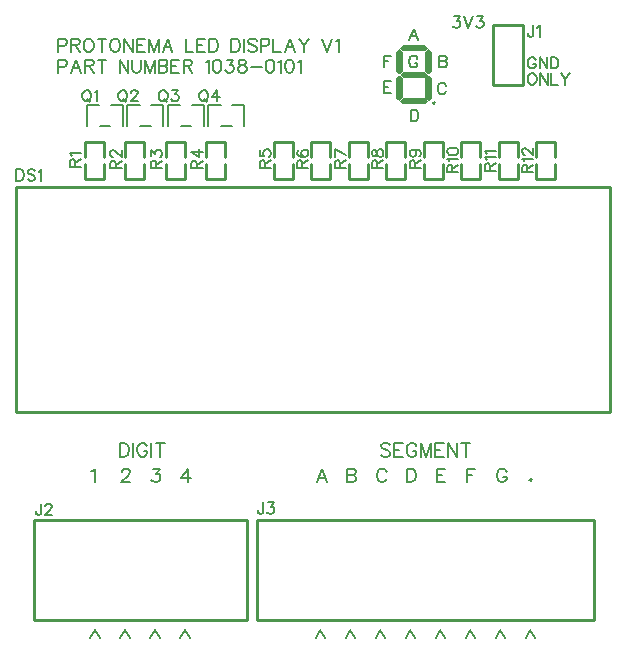
<source format=gto>
G04 Layer: TopSilkscreenLayer*
G04 EasyEDA v6.5.22, 2022-11-24 12:25:33*
G04 d5585ffcc7884e9682782ddcc4f09953,5a6b42c53f6a479593ecc07194224c93,10*
G04 Gerber Generator version 0.2*
G04 Scale: 100 percent, Rotated: No, Reflected: No *
G04 Dimensions in millimeters *
G04 leading zeros omitted , absolute positions ,4 integer and 5 decimal *
%FSLAX45Y45*%
%MOMM*%

%ADD10C,0.1524*%
%ADD11C,0.2540*%

%LPD*%
G36*
X3682390Y5545886D02*
G01*
X3663391Y5529529D01*
X3656126Y5522671D01*
X3655060Y5521350D01*
X3656126Y5519928D01*
X3663391Y5512866D01*
X3682288Y5495899D01*
X3863136Y5495899D01*
X3890518Y5521045D01*
X3862628Y5545886D01*
G37*
G36*
X3649014Y5515610D02*
G01*
X3647338Y5514594D01*
X3644036Y5511901D01*
X3634638Y5503113D01*
X3622040Y5490616D01*
X3621887Y5327446D01*
X3639667Y5309768D01*
X3644137Y5305704D01*
X3647490Y5302961D01*
X3649218Y5301945D01*
X3651046Y5302961D01*
X3659276Y5309717D01*
X3678275Y5327345D01*
X3678275Y5490667D01*
X3659073Y5507990D01*
X3654348Y5511952D01*
X3650843Y5514594D01*
G37*
G36*
X3894378Y5515610D02*
G01*
X3892702Y5514644D01*
X3889400Y5512104D01*
X3879900Y5503672D01*
X3867200Y5491683D01*
X3867200Y5326227D01*
X3885692Y5309362D01*
X3893464Y5302910D01*
X3894988Y5301945D01*
X3896512Y5302910D01*
X3904030Y5309158D01*
X3921912Y5325516D01*
X3921912Y5492191D01*
X3903878Y5508447D01*
X3896106Y5514695D01*
G37*
G36*
X3680663Y5321655D02*
G01*
X3662883Y5305196D01*
X3656076Y5298084D01*
X3655060Y5296611D01*
X3656126Y5295036D01*
X3659073Y5291836D01*
X3668776Y5282590D01*
X3682492Y5270144D01*
X3863035Y5270144D01*
X3890314Y5296662D01*
X3863136Y5321655D01*
G37*
G36*
X3895242Y5291378D02*
G01*
X3890619Y5287619D01*
X3867200Y5265978D01*
X3867200Y5101590D01*
X3885031Y5085029D01*
X3889451Y5081219D01*
X3892753Y5078679D01*
X3894480Y5077714D01*
X3896207Y5078628D01*
X3903979Y5084927D01*
X3921912Y5101285D01*
X3921912Y5267960D01*
X3903929Y5284216D01*
X3896614Y5290413D01*
G37*
G36*
X3649014Y5291175D02*
G01*
X3647440Y5290108D01*
X3639870Y5283403D01*
X3621887Y5266182D01*
X3621887Y5101945D01*
X3639616Y5085130D01*
X3644036Y5081270D01*
X3647389Y5078679D01*
X3649116Y5077714D01*
X3650894Y5078730D01*
X3654450Y5081422D01*
X3664610Y5090261D01*
X3678275Y5102758D01*
X3678275Y5265216D01*
X3658819Y5283352D01*
X3650640Y5290210D01*
G37*
G36*
X3682796Y5097424D02*
G01*
X3654247Y5071770D01*
X3682339Y5045913D01*
X3862019Y5045913D01*
X3890670Y5072329D01*
X3861866Y5097424D01*
G37*
D10*
X2496565Y1675637D02*
G01*
X2496565Y1602994D01*
X2491993Y1589278D01*
X2487422Y1584705D01*
X2478277Y1580134D01*
X2469388Y1580134D01*
X2460243Y1584705D01*
X2455672Y1589278D01*
X2451100Y1602994D01*
X2451100Y1612137D01*
X2535681Y1675637D02*
G01*
X2585720Y1675637D01*
X2558288Y1639315D01*
X2572004Y1639315D01*
X2581147Y1634744D01*
X2585720Y1630171D01*
X2590291Y1616710D01*
X2590291Y1607565D01*
X2585720Y1593850D01*
X2576575Y1584705D01*
X2562859Y1580134D01*
X2549397Y1580134D01*
X2535681Y1584705D01*
X2531109Y1589278D01*
X2526538Y1598421D01*
X762000Y5423915D02*
G01*
X762000Y5314950D01*
X762000Y5423915D02*
G01*
X808736Y5423915D01*
X824229Y5418836D01*
X829563Y5413502D01*
X834644Y5403087D01*
X834644Y5387594D01*
X829563Y5377179D01*
X824229Y5372100D01*
X808736Y5366765D01*
X762000Y5366765D01*
X910589Y5423915D02*
G01*
X868934Y5314950D01*
X910589Y5423915D02*
G01*
X952245Y5314950D01*
X884681Y5351271D02*
G01*
X936497Y5351271D01*
X986536Y5423915D02*
G01*
X986536Y5314950D01*
X986536Y5423915D02*
G01*
X1033271Y5423915D01*
X1048765Y5418836D01*
X1054100Y5413502D01*
X1059179Y5403087D01*
X1059179Y5392673D01*
X1054100Y5382260D01*
X1048765Y5377179D01*
X1033271Y5372100D01*
X986536Y5372100D01*
X1022857Y5372100D02*
G01*
X1059179Y5314950D01*
X1129792Y5423915D02*
G01*
X1129792Y5314950D01*
X1093470Y5423915D02*
G01*
X1166113Y5423915D01*
X1280413Y5423915D02*
G01*
X1280413Y5314950D01*
X1280413Y5423915D02*
G01*
X1353312Y5314950D01*
X1353312Y5423915D02*
G01*
X1353312Y5314950D01*
X1387602Y5423915D02*
G01*
X1387602Y5345937D01*
X1392681Y5330444D01*
X1403095Y5320029D01*
X1418589Y5314950D01*
X1429004Y5314950D01*
X1444752Y5320029D01*
X1455165Y5330444D01*
X1460245Y5345937D01*
X1460245Y5423915D01*
X1494536Y5423915D02*
G01*
X1494536Y5314950D01*
X1494536Y5423915D02*
G01*
X1536192Y5314950D01*
X1577594Y5423915D02*
G01*
X1536192Y5314950D01*
X1577594Y5423915D02*
G01*
X1577594Y5314950D01*
X1611884Y5423915D02*
G01*
X1611884Y5314950D01*
X1611884Y5423915D02*
G01*
X1658620Y5423915D01*
X1674368Y5418836D01*
X1679447Y5413502D01*
X1684781Y5403087D01*
X1684781Y5392673D01*
X1679447Y5382260D01*
X1674368Y5377179D01*
X1658620Y5372100D01*
X1611884Y5372100D02*
G01*
X1658620Y5372100D01*
X1674368Y5366765D01*
X1679447Y5361686D01*
X1684781Y5351271D01*
X1684781Y5335523D01*
X1679447Y5325110D01*
X1674368Y5320029D01*
X1658620Y5314950D01*
X1611884Y5314950D01*
X1719071Y5423915D02*
G01*
X1719071Y5314950D01*
X1719071Y5423915D02*
G01*
X1786636Y5423915D01*
X1719071Y5372100D02*
G01*
X1760473Y5372100D01*
X1719071Y5314950D02*
G01*
X1786636Y5314950D01*
X1820926Y5423915D02*
G01*
X1820926Y5314950D01*
X1820926Y5423915D02*
G01*
X1867662Y5423915D01*
X1883155Y5418836D01*
X1888489Y5413502D01*
X1893570Y5403087D01*
X1893570Y5392673D01*
X1888489Y5382260D01*
X1883155Y5377179D01*
X1867662Y5372100D01*
X1820926Y5372100D01*
X1857247Y5372100D02*
G01*
X1893570Y5314950D01*
X2007870Y5403087D02*
G01*
X2018284Y5408421D01*
X2033777Y5423915D01*
X2033777Y5314950D01*
X2099309Y5423915D02*
G01*
X2083815Y5418836D01*
X2073402Y5403087D01*
X2068068Y5377179D01*
X2068068Y5361686D01*
X2073402Y5335523D01*
X2083815Y5320029D01*
X2099309Y5314950D01*
X2109724Y5314950D01*
X2125218Y5320029D01*
X2135631Y5335523D01*
X2140965Y5361686D01*
X2140965Y5377179D01*
X2135631Y5403087D01*
X2125218Y5418836D01*
X2109724Y5423915D01*
X2099309Y5423915D01*
X2185670Y5423915D02*
G01*
X2242820Y5423915D01*
X2211577Y5382260D01*
X2227072Y5382260D01*
X2237486Y5377179D01*
X2242820Y5372100D01*
X2247900Y5356352D01*
X2247900Y5345937D01*
X2242820Y5330444D01*
X2232406Y5320029D01*
X2216658Y5314950D01*
X2201163Y5314950D01*
X2185670Y5320029D01*
X2180336Y5325110D01*
X2175256Y5335523D01*
X2308097Y5423915D02*
G01*
X2292604Y5418836D01*
X2287270Y5408421D01*
X2287270Y5398007D01*
X2292604Y5387594D01*
X2303018Y5382260D01*
X2323845Y5377179D01*
X2339340Y5372100D01*
X2349754Y5361686D01*
X2354834Y5351271D01*
X2354834Y5335523D01*
X2349754Y5325110D01*
X2344420Y5320029D01*
X2328925Y5314950D01*
X2308097Y5314950D01*
X2292604Y5320029D01*
X2287270Y5325110D01*
X2282190Y5335523D01*
X2282190Y5351271D01*
X2287270Y5361686D01*
X2297684Y5372100D01*
X2313431Y5377179D01*
X2334259Y5382260D01*
X2344420Y5387594D01*
X2349754Y5398007D01*
X2349754Y5408421D01*
X2344420Y5418836D01*
X2328925Y5423915D01*
X2308097Y5423915D01*
X2389124Y5361686D02*
G01*
X2482850Y5361686D01*
X2548127Y5423915D02*
G01*
X2532634Y5418836D01*
X2522220Y5403087D01*
X2517140Y5377179D01*
X2517140Y5361686D01*
X2522220Y5335523D01*
X2532634Y5320029D01*
X2548127Y5314950D01*
X2558541Y5314950D01*
X2574290Y5320029D01*
X2584450Y5335523D01*
X2589784Y5361686D01*
X2589784Y5377179D01*
X2584450Y5403087D01*
X2574290Y5418836D01*
X2558541Y5423915D01*
X2548127Y5423915D01*
X2624074Y5403087D02*
G01*
X2634488Y5408421D01*
X2649981Y5423915D01*
X2649981Y5314950D01*
X2715513Y5423915D02*
G01*
X2700020Y5418836D01*
X2689606Y5403087D01*
X2684272Y5377179D01*
X2684272Y5361686D01*
X2689606Y5335523D01*
X2700020Y5320029D01*
X2715513Y5314950D01*
X2725927Y5314950D01*
X2741422Y5320029D01*
X2751836Y5335523D01*
X2757170Y5361686D01*
X2757170Y5377179D01*
X2751836Y5403087D01*
X2741422Y5418836D01*
X2725927Y5423915D01*
X2715513Y5423915D01*
X2791459Y5403087D02*
G01*
X2801620Y5408421D01*
X2817368Y5423915D01*
X2817368Y5314950D01*
X762000Y5601715D02*
G01*
X762000Y5492750D01*
X762000Y5601715D02*
G01*
X808736Y5601715D01*
X824229Y5596636D01*
X829563Y5591302D01*
X834644Y5580887D01*
X834644Y5565394D01*
X829563Y5554979D01*
X824229Y5549900D01*
X808736Y5544565D01*
X762000Y5544565D01*
X868934Y5601715D02*
G01*
X868934Y5492750D01*
X868934Y5601715D02*
G01*
X915670Y5601715D01*
X931418Y5596636D01*
X936497Y5591302D01*
X941831Y5580887D01*
X941831Y5570473D01*
X936497Y5560060D01*
X931418Y5554979D01*
X915670Y5549900D01*
X868934Y5549900D01*
X905510Y5549900D02*
G01*
X941831Y5492750D01*
X1007110Y5601715D02*
G01*
X996950Y5596636D01*
X986536Y5586221D01*
X981202Y5575807D01*
X976121Y5560060D01*
X976121Y5534152D01*
X981202Y5518657D01*
X986536Y5508244D01*
X996950Y5497829D01*
X1007110Y5492750D01*
X1027937Y5492750D01*
X1038352Y5497829D01*
X1048765Y5508244D01*
X1054100Y5518657D01*
X1059179Y5534152D01*
X1059179Y5560060D01*
X1054100Y5575807D01*
X1048765Y5586221D01*
X1038352Y5596636D01*
X1027937Y5601715D01*
X1007110Y5601715D01*
X1129792Y5601715D02*
G01*
X1129792Y5492750D01*
X1093470Y5601715D02*
G01*
X1166113Y5601715D01*
X1231645Y5601715D02*
G01*
X1221231Y5596636D01*
X1210818Y5586221D01*
X1205737Y5575807D01*
X1200404Y5560060D01*
X1200404Y5534152D01*
X1205737Y5518657D01*
X1210818Y5508244D01*
X1221231Y5497829D01*
X1231645Y5492750D01*
X1252473Y5492750D01*
X1262887Y5497829D01*
X1273302Y5508244D01*
X1278381Y5518657D01*
X1283715Y5534152D01*
X1283715Y5560060D01*
X1278381Y5575807D01*
X1273302Y5586221D01*
X1262887Y5596636D01*
X1252473Y5601715D01*
X1231645Y5601715D01*
X1318005Y5601715D02*
G01*
X1318005Y5492750D01*
X1318005Y5601715D02*
G01*
X1390650Y5492750D01*
X1390650Y5601715D02*
G01*
X1390650Y5492750D01*
X1424939Y5601715D02*
G01*
X1424939Y5492750D01*
X1424939Y5601715D02*
G01*
X1492504Y5601715D01*
X1424939Y5549900D02*
G01*
X1466595Y5549900D01*
X1424939Y5492750D02*
G01*
X1492504Y5492750D01*
X1526794Y5601715D02*
G01*
X1526794Y5492750D01*
X1526794Y5601715D02*
G01*
X1568450Y5492750D01*
X1609852Y5601715D02*
G01*
X1568450Y5492750D01*
X1609852Y5601715D02*
G01*
X1609852Y5492750D01*
X1685797Y5601715D02*
G01*
X1644142Y5492750D01*
X1685797Y5601715D02*
G01*
X1727200Y5492750D01*
X1659889Y5529071D02*
G01*
X1711705Y5529071D01*
X1841500Y5601715D02*
G01*
X1841500Y5492750D01*
X1841500Y5492750D02*
G01*
X1903984Y5492750D01*
X1938274Y5601715D02*
G01*
X1938274Y5492750D01*
X1938274Y5601715D02*
G01*
X2005838Y5601715D01*
X1938274Y5549900D02*
G01*
X1979929Y5549900D01*
X1938274Y5492750D02*
G01*
X2005838Y5492750D01*
X2040127Y5601715D02*
G01*
X2040127Y5492750D01*
X2040127Y5601715D02*
G01*
X2076450Y5601715D01*
X2091943Y5596636D01*
X2102358Y5586221D01*
X2107691Y5575807D01*
X2112772Y5560060D01*
X2112772Y5534152D01*
X2107691Y5518657D01*
X2102358Y5508244D01*
X2091943Y5497829D01*
X2076450Y5492750D01*
X2040127Y5492750D01*
X2227072Y5601715D02*
G01*
X2227072Y5492750D01*
X2227072Y5601715D02*
G01*
X2263393Y5601715D01*
X2279141Y5596636D01*
X2289556Y5586221D01*
X2294636Y5575807D01*
X2299970Y5560060D01*
X2299970Y5534152D01*
X2294636Y5518657D01*
X2289556Y5508244D01*
X2279141Y5497829D01*
X2263393Y5492750D01*
X2227072Y5492750D01*
X2334259Y5601715D02*
G01*
X2334259Y5492750D01*
X2441193Y5586221D02*
G01*
X2430779Y5596636D01*
X2415286Y5601715D01*
X2394458Y5601715D01*
X2378709Y5596636D01*
X2368550Y5586221D01*
X2368550Y5575807D01*
X2373629Y5565394D01*
X2378709Y5560060D01*
X2389124Y5554979D01*
X2420365Y5544565D01*
X2430779Y5539486D01*
X2435859Y5534152D01*
X2441193Y5523737D01*
X2441193Y5508244D01*
X2430779Y5497829D01*
X2415286Y5492750D01*
X2394458Y5492750D01*
X2378709Y5497829D01*
X2368550Y5508244D01*
X2475484Y5601715D02*
G01*
X2475484Y5492750D01*
X2475484Y5601715D02*
G01*
X2522220Y5601715D01*
X2537713Y5596636D01*
X2543047Y5591302D01*
X2548127Y5580887D01*
X2548127Y5565394D01*
X2543047Y5554979D01*
X2537713Y5549900D01*
X2522220Y5544565D01*
X2475484Y5544565D01*
X2582418Y5601715D02*
G01*
X2582418Y5492750D01*
X2582418Y5492750D02*
G01*
X2644902Y5492750D01*
X2720593Y5601715D02*
G01*
X2679191Y5492750D01*
X2720593Y5601715D02*
G01*
X2762250Y5492750D01*
X2694686Y5529071D02*
G01*
X2746756Y5529071D01*
X2796540Y5601715D02*
G01*
X2838195Y5549900D01*
X2838195Y5492750D01*
X2879597Y5601715D02*
G01*
X2838195Y5549900D01*
X2993897Y5601715D02*
G01*
X3035554Y5492750D01*
X3077209Y5601715D02*
G01*
X3035554Y5492750D01*
X3111500Y5580887D02*
G01*
X3121659Y5586221D01*
X3137408Y5601715D01*
X3137408Y5492750D01*
X4764277Y5307837D02*
G01*
X4755388Y5303265D01*
X4746243Y5294376D01*
X4741672Y5285231D01*
X4737100Y5271515D01*
X4737100Y5248910D01*
X4741672Y5235194D01*
X4746243Y5226050D01*
X4755388Y5216905D01*
X4764277Y5212334D01*
X4782565Y5212334D01*
X4791709Y5216905D01*
X4800854Y5226050D01*
X4805172Y5235194D01*
X4809743Y5248910D01*
X4809743Y5271515D01*
X4805172Y5285231D01*
X4800854Y5294376D01*
X4791709Y5303265D01*
X4782565Y5307837D01*
X4764277Y5307837D01*
X4839715Y5307837D02*
G01*
X4839715Y5212334D01*
X4839715Y5307837D02*
G01*
X4903470Y5212334D01*
X4903470Y5307837D02*
G01*
X4903470Y5212334D01*
X4933441Y5307837D02*
G01*
X4933441Y5212334D01*
X4933441Y5212334D02*
G01*
X4988052Y5212334D01*
X5018024Y5307837D02*
G01*
X5054345Y5262371D01*
X5054345Y5212334D01*
X5090668Y5307837D02*
G01*
X5054345Y5262371D01*
X4805172Y5424931D02*
G01*
X4800854Y5434076D01*
X4791709Y5442965D01*
X4782565Y5447537D01*
X4764277Y5447537D01*
X4755388Y5442965D01*
X4746243Y5434076D01*
X4741672Y5424931D01*
X4737100Y5411215D01*
X4737100Y5388610D01*
X4741672Y5374894D01*
X4746243Y5365750D01*
X4755388Y5356605D01*
X4764277Y5352034D01*
X4782565Y5352034D01*
X4791709Y5356605D01*
X4800854Y5365750D01*
X4805172Y5374894D01*
X4805172Y5388610D01*
X4782565Y5388610D02*
G01*
X4805172Y5388610D01*
X4835397Y5447537D02*
G01*
X4835397Y5352034D01*
X4835397Y5447537D02*
G01*
X4898897Y5352034D01*
X4898897Y5447537D02*
G01*
X4898897Y5352034D01*
X4928870Y5447537D02*
G01*
X4928870Y5352034D01*
X4928870Y5447537D02*
G01*
X4960620Y5447537D01*
X4974336Y5442965D01*
X4983479Y5434076D01*
X4988052Y5424931D01*
X4992624Y5411215D01*
X4992624Y5388610D01*
X4988052Y5374894D01*
X4983479Y5365750D01*
X4974336Y5356605D01*
X4960620Y5352034D01*
X4928870Y5352034D01*
X1858010Y1962657D02*
G01*
X1803400Y1886204D01*
X1885187Y1886204D01*
X1858010Y1962657D02*
G01*
X1858010Y1848104D01*
X1560321Y1962657D02*
G01*
X1620265Y1962657D01*
X1587500Y1918970D01*
X1604010Y1918970D01*
X1614931Y1913381D01*
X1620265Y1908047D01*
X1625854Y1891792D01*
X1625854Y1880870D01*
X1620265Y1864360D01*
X1609344Y1853437D01*
X1593087Y1848104D01*
X1576578Y1848104D01*
X1560321Y1853437D01*
X1554734Y1859026D01*
X1549400Y1869947D01*
X1300734Y1935226D02*
G01*
X1300734Y1940813D01*
X1306321Y1951736D01*
X1311655Y1957070D01*
X1322578Y1962657D01*
X1344421Y1962657D01*
X1355344Y1957070D01*
X1360931Y1951736D01*
X1366265Y1940813D01*
X1366265Y1929892D01*
X1360931Y1918970D01*
X1350010Y1902713D01*
X1295400Y1848104D01*
X1371854Y1848104D01*
X1041400Y1940813D02*
G01*
X1052321Y1946147D01*
X1068578Y1962657D01*
X1068578Y1848104D01*
X616457Y1666239D02*
G01*
X616457Y1593595D01*
X611886Y1579879D01*
X607313Y1575307D01*
X598170Y1570736D01*
X589279Y1570736D01*
X580136Y1575307D01*
X575563Y1579879D01*
X570992Y1593595D01*
X570992Y1602739D01*
X651002Y1643634D02*
G01*
X651002Y1648205D01*
X655573Y1657095D01*
X660145Y1661668D01*
X669289Y1666239D01*
X687323Y1666239D01*
X696468Y1661668D01*
X701039Y1657095D01*
X705612Y1648205D01*
X705612Y1639062D01*
X701039Y1629918D01*
X691895Y1616202D01*
X646429Y1570736D01*
X710184Y1570736D01*
X2993643Y1962657D02*
G01*
X2949956Y1848104D01*
X2993643Y1962657D02*
G01*
X3037331Y1848104D01*
X2966465Y1886204D02*
G01*
X3020822Y1886204D01*
X3203956Y1962657D02*
G01*
X3203956Y1848104D01*
X3203956Y1962657D02*
G01*
X3252977Y1962657D01*
X3269488Y1957070D01*
X3274822Y1951736D01*
X3280409Y1940813D01*
X3280409Y1929892D01*
X3274822Y1918970D01*
X3269488Y1913381D01*
X3252977Y1908047D01*
X3203956Y1908047D02*
G01*
X3252977Y1908047D01*
X3269488Y1902460D01*
X3274822Y1897126D01*
X3280409Y1886204D01*
X3280409Y1869947D01*
X3274822Y1859026D01*
X3269488Y1853437D01*
X3252977Y1848104D01*
X3203956Y1848104D01*
X3539743Y1935226D02*
G01*
X3534409Y1946147D01*
X3523488Y1957070D01*
X3512565Y1962657D01*
X3490722Y1962657D01*
X3479800Y1957070D01*
X3468877Y1946147D01*
X3463543Y1935226D01*
X3457956Y1918970D01*
X3457956Y1891537D01*
X3463543Y1875281D01*
X3468877Y1864360D01*
X3479800Y1853437D01*
X3490722Y1848104D01*
X3512565Y1848104D01*
X3523488Y1853437D01*
X3534409Y1864360D01*
X3539743Y1875281D01*
X3711956Y1962657D02*
G01*
X3711956Y1848104D01*
X3711956Y1962657D02*
G01*
X3750309Y1962657D01*
X3766565Y1957070D01*
X3777488Y1946147D01*
X3782822Y1935226D01*
X3788409Y1918970D01*
X3788409Y1891537D01*
X3782822Y1875281D01*
X3777488Y1864360D01*
X3766565Y1853437D01*
X3750309Y1848104D01*
X3711956Y1848104D01*
X3965956Y1962657D02*
G01*
X3965956Y1848104D01*
X3965956Y1962657D02*
G01*
X4036822Y1962657D01*
X3965956Y1908047D02*
G01*
X4009643Y1908047D01*
X3965956Y1848104D02*
G01*
X4036822Y1848104D01*
X4219956Y1962657D02*
G01*
X4219956Y1848104D01*
X4219956Y1962657D02*
G01*
X4290822Y1962657D01*
X4219956Y1908047D02*
G01*
X4263643Y1908047D01*
X4555743Y1935226D02*
G01*
X4550409Y1946147D01*
X4539488Y1957070D01*
X4528565Y1962657D01*
X4506722Y1962657D01*
X4495800Y1957070D01*
X4484877Y1946147D01*
X4479543Y1935226D01*
X4473956Y1918970D01*
X4473956Y1891537D01*
X4479543Y1875281D01*
X4484877Y1864360D01*
X4495800Y1853437D01*
X4506722Y1848104D01*
X4528565Y1848104D01*
X4539488Y1853437D01*
X4550409Y1864360D01*
X4555743Y1875281D01*
X4555743Y1891537D01*
X4528565Y1891537D02*
G01*
X4555743Y1891537D01*
X4758943Y1872487D02*
G01*
X4749800Y1863344D01*
X4758943Y1854200D01*
X4768088Y1863344D01*
X4758943Y1872487D01*
X1282700Y2178557D02*
G01*
X1282700Y2064004D01*
X1282700Y2178557D02*
G01*
X1320800Y2178557D01*
X1337310Y2172970D01*
X1348231Y2162047D01*
X1353565Y2151126D01*
X1359154Y2134870D01*
X1359154Y2107692D01*
X1353565Y2091181D01*
X1348231Y2080260D01*
X1337310Y2069337D01*
X1320800Y2064004D01*
X1282700Y2064004D01*
X1394968Y2178557D02*
G01*
X1394968Y2064004D01*
X1512823Y2151126D02*
G01*
X1507489Y2162047D01*
X1496568Y2172970D01*
X1485645Y2178557D01*
X1463802Y2178557D01*
X1452879Y2172970D01*
X1441957Y2162047D01*
X1436623Y2151126D01*
X1431036Y2134870D01*
X1431036Y2107692D01*
X1436623Y2091181D01*
X1441957Y2080260D01*
X1452879Y2069337D01*
X1463802Y2064004D01*
X1485645Y2064004D01*
X1496568Y2069337D01*
X1507489Y2080260D01*
X1512823Y2091181D01*
X1512823Y2107692D01*
X1485645Y2107692D02*
G01*
X1512823Y2107692D01*
X1548892Y2178557D02*
G01*
X1548892Y2064004D01*
X1623060Y2178557D02*
G01*
X1623060Y2064004D01*
X1584960Y2178557D02*
G01*
X1661160Y2178557D01*
X3568954Y2162047D02*
G01*
X3558031Y2172970D01*
X3541522Y2178557D01*
X3519677Y2178557D01*
X3503422Y2172970D01*
X3492500Y2162047D01*
X3492500Y2151126D01*
X3497834Y2140204D01*
X3503422Y2134870D01*
X3514343Y2129281D01*
X3547109Y2118613D01*
X3558031Y2113026D01*
X3563365Y2107692D01*
X3568954Y2096770D01*
X3568954Y2080260D01*
X3558031Y2069337D01*
X3541522Y2064004D01*
X3519677Y2064004D01*
X3503422Y2069337D01*
X3492500Y2080260D01*
X3604768Y2178557D02*
G01*
X3604768Y2064004D01*
X3604768Y2178557D02*
G01*
X3675888Y2178557D01*
X3604768Y2123947D02*
G01*
X3648456Y2123947D01*
X3604768Y2064004D02*
G01*
X3675888Y2064004D01*
X3793490Y2151126D02*
G01*
X3788156Y2162047D01*
X3777234Y2172970D01*
X3766311Y2178557D01*
X3744468Y2178557D01*
X3733545Y2172970D01*
X3722624Y2162047D01*
X3717290Y2151126D01*
X3711702Y2134870D01*
X3711702Y2107692D01*
X3717290Y2091181D01*
X3722624Y2080260D01*
X3733545Y2069337D01*
X3744468Y2064004D01*
X3766311Y2064004D01*
X3777234Y2069337D01*
X3788156Y2080260D01*
X3793490Y2091181D01*
X3793490Y2107692D01*
X3766311Y2107692D02*
G01*
X3793490Y2107692D01*
X3829558Y2178557D02*
G01*
X3829558Y2064004D01*
X3829558Y2178557D02*
G01*
X3873245Y2064004D01*
X3916934Y2178557D02*
G01*
X3873245Y2064004D01*
X3916934Y2178557D02*
G01*
X3916934Y2064004D01*
X3952747Y2178557D02*
G01*
X3952747Y2064004D01*
X3952747Y2178557D02*
G01*
X4023868Y2178557D01*
X3952747Y2123947D02*
G01*
X3996436Y2123947D01*
X3952747Y2064004D02*
G01*
X4023868Y2064004D01*
X4059681Y2178557D02*
G01*
X4059681Y2064004D01*
X4059681Y2178557D02*
G01*
X4136136Y2064004D01*
X4136136Y2178557D02*
G01*
X4136136Y2064004D01*
X4210304Y2178557D02*
G01*
X4210304Y2064004D01*
X4172204Y2178557D02*
G01*
X4248404Y2178557D01*
X3768516Y5685792D02*
G01*
X3732194Y5590288D01*
X3768516Y5685792D02*
G01*
X3804838Y5590288D01*
X3745910Y5622292D02*
G01*
X3791376Y5622292D01*
X3986194Y5457192D02*
G01*
X3986194Y5361688D01*
X3986194Y5457192D02*
G01*
X4027088Y5457192D01*
X4040804Y5452620D01*
X4045376Y5448048D01*
X4049948Y5439158D01*
X4049948Y5430014D01*
X4045376Y5420870D01*
X4040804Y5416298D01*
X4027088Y5411726D01*
X3986194Y5411726D02*
G01*
X4027088Y5411726D01*
X4040804Y5407154D01*
X4045376Y5402836D01*
X4049948Y5393692D01*
X4049948Y5379976D01*
X4045376Y5370832D01*
X4040804Y5366260D01*
X4027088Y5361688D01*
X3986194Y5361688D01*
X4041566Y5205986D02*
G01*
X4037248Y5215130D01*
X4028104Y5224020D01*
X4018960Y5228592D01*
X4000672Y5228592D01*
X3991782Y5224020D01*
X3982638Y5215130D01*
X3978066Y5205986D01*
X3973494Y5192270D01*
X3973494Y5169664D01*
X3978066Y5155948D01*
X3982638Y5146804D01*
X3991782Y5137660D01*
X4000672Y5133088D01*
X4018960Y5133088D01*
X4028104Y5137660D01*
X4037248Y5146804D01*
X4041566Y5155948D01*
X3744894Y4999992D02*
G01*
X3744894Y4904488D01*
X3744894Y4999992D02*
G01*
X3776644Y4999992D01*
X3790360Y4995420D01*
X3799504Y4986530D01*
X3804076Y4977386D01*
X3808648Y4963670D01*
X3808648Y4941064D01*
X3804076Y4927348D01*
X3799504Y4918204D01*
X3790360Y4909060D01*
X3776644Y4904488D01*
X3744894Y4904488D01*
X3516243Y5241317D02*
G01*
X3516243Y5145813D01*
X3516243Y5241317D02*
G01*
X3575425Y5241317D01*
X3516243Y5195851D02*
G01*
X3552565Y5195851D01*
X3516243Y5145813D02*
G01*
X3575425Y5145813D01*
X3516243Y5457217D02*
G01*
X3516243Y5361713D01*
X3516243Y5457217D02*
G01*
X3575425Y5457217D01*
X3516243Y5411751D02*
G01*
X3552565Y5411751D01*
X3800469Y5434611D02*
G01*
X3795897Y5443501D01*
X3786753Y5452645D01*
X3777609Y5457217D01*
X3759575Y5457217D01*
X3750431Y5452645D01*
X3741287Y5443501D01*
X3736715Y5434611D01*
X3732143Y5420895D01*
X3732143Y5398289D01*
X3736715Y5384573D01*
X3741287Y5375429D01*
X3750431Y5366285D01*
X3759575Y5361713D01*
X3777609Y5361713D01*
X3786753Y5366285D01*
X3795897Y5375429D01*
X3800469Y5384573D01*
X3800469Y5398289D01*
X3777609Y5398289D02*
G01*
X3800469Y5398289D01*
X1112072Y524134D02*
G01*
X1071178Y597032D01*
X1030284Y524134D01*
X1366072Y524134D02*
G01*
X1325178Y597032D01*
X1284284Y524134D01*
X1620072Y524134D02*
G01*
X1579178Y597032D01*
X1538284Y524134D01*
X1874072Y524134D02*
G01*
X1833178Y597032D01*
X1792284Y524134D01*
X3020679Y524108D02*
G01*
X2979785Y597006D01*
X2938891Y524108D01*
X3274679Y524108D02*
G01*
X3233785Y597006D01*
X3192891Y524108D01*
X3528679Y524108D02*
G01*
X3487785Y597006D01*
X3446891Y524108D01*
X3782679Y524108D02*
G01*
X3741785Y597006D01*
X3700891Y524108D01*
X4036679Y524108D02*
G01*
X3995785Y597006D01*
X3954891Y524108D01*
X4290679Y524108D02*
G01*
X4249785Y597006D01*
X4208891Y524108D01*
X4544679Y524108D02*
G01*
X4503785Y597006D01*
X4462891Y524108D01*
X4798679Y524108D02*
G01*
X4757785Y597006D01*
X4716891Y524108D01*
X4782565Y5714237D02*
G01*
X4782565Y5641594D01*
X4777993Y5627878D01*
X4773422Y5623305D01*
X4764277Y5618734D01*
X4755388Y5618734D01*
X4746243Y5623305D01*
X4741672Y5627878D01*
X4737100Y5641594D01*
X4737100Y5650737D01*
X4812538Y5696204D02*
G01*
X4821681Y5700776D01*
X4835397Y5714237D01*
X4835397Y5618734D01*
X406400Y4495037D02*
G01*
X406400Y4399534D01*
X406400Y4495037D02*
G01*
X438150Y4495037D01*
X451865Y4490465D01*
X461010Y4481576D01*
X465581Y4472431D01*
X470154Y4458715D01*
X470154Y4436110D01*
X465581Y4422394D01*
X461010Y4413250D01*
X451865Y4404105D01*
X438150Y4399534D01*
X406400Y4399534D01*
X563626Y4481576D02*
G01*
X554481Y4490465D01*
X541020Y4495037D01*
X522731Y4495037D01*
X509015Y4490465D01*
X500126Y4481576D01*
X500126Y4472431D01*
X504697Y4463287D01*
X509015Y4458715D01*
X518160Y4454144D01*
X545592Y4445000D01*
X554481Y4440681D01*
X559054Y4436110D01*
X563626Y4426965D01*
X563626Y4413250D01*
X554481Y4404105D01*
X541020Y4399534D01*
X522731Y4399534D01*
X509015Y4404105D01*
X500126Y4413250D01*
X593597Y4477004D02*
G01*
X602742Y4481576D01*
X616457Y4495037D01*
X616457Y4399534D01*
X4111243Y5790437D02*
G01*
X4161281Y5790437D01*
X4133850Y5754115D01*
X4147565Y5754115D01*
X4156709Y5749544D01*
X4161281Y5744971D01*
X4165854Y5731510D01*
X4165854Y5722365D01*
X4161281Y5708650D01*
X4152138Y5699505D01*
X4138422Y5694934D01*
X4124706Y5694934D01*
X4111243Y5699505D01*
X4106672Y5704078D01*
X4102100Y5713221D01*
X4195825Y5790437D02*
G01*
X4232147Y5694934D01*
X4268470Y5790437D02*
G01*
X4232147Y5694934D01*
X4307586Y5790437D02*
G01*
X4357624Y5790437D01*
X4330191Y5754115D01*
X4343908Y5754115D01*
X4353052Y5749544D01*
X4357624Y5744971D01*
X4362195Y5731510D01*
X4362195Y5722365D01*
X4357624Y5708650D01*
X4348479Y5699505D01*
X4334763Y5694934D01*
X4321302Y5694934D01*
X4307586Y5699505D01*
X4303013Y5704078D01*
X4298441Y5713221D01*
X3944538Y5069842D02*
G01*
X3935394Y5060698D01*
X3944538Y5051554D01*
X3953682Y5060698D01*
X3944538Y5069842D01*
X2464561Y4508500D02*
G01*
X2560065Y4508500D01*
X2464561Y4508500D02*
G01*
X2464561Y4549394D01*
X2469134Y4563110D01*
X2473706Y4567681D01*
X2482595Y4572254D01*
X2491740Y4572254D01*
X2500884Y4567681D01*
X2505456Y4563110D01*
X2510027Y4549394D01*
X2510027Y4508500D01*
X2510027Y4540250D02*
G01*
X2560065Y4572254D01*
X2464561Y4656581D02*
G01*
X2464561Y4611115D01*
X2505456Y4606797D01*
X2500884Y4611115D01*
X2496311Y4624831D01*
X2496311Y4638547D01*
X2500884Y4652010D01*
X2510027Y4661154D01*
X2523490Y4665726D01*
X2532634Y4665726D01*
X2546350Y4661154D01*
X2555493Y4652010D01*
X2560065Y4638547D01*
X2560065Y4624831D01*
X2555493Y4611115D01*
X2550922Y4606797D01*
X2541777Y4602226D01*
X2782061Y4508500D02*
G01*
X2877565Y4508500D01*
X2782061Y4508500D02*
G01*
X2782061Y4549394D01*
X2786634Y4563110D01*
X2791206Y4567681D01*
X2800095Y4572254D01*
X2809240Y4572254D01*
X2818384Y4567681D01*
X2822956Y4563110D01*
X2827527Y4549394D01*
X2827527Y4508500D01*
X2827527Y4540250D02*
G01*
X2877565Y4572254D01*
X2795524Y4656581D02*
G01*
X2786634Y4652010D01*
X2782061Y4638547D01*
X2782061Y4629404D01*
X2786634Y4615687D01*
X2800095Y4606797D01*
X2822956Y4602226D01*
X2845561Y4602226D01*
X2863850Y4606797D01*
X2872993Y4615687D01*
X2877565Y4629404D01*
X2877565Y4633976D01*
X2872993Y4647692D01*
X2863850Y4656581D01*
X2850134Y4661154D01*
X2845561Y4661154D01*
X2832100Y4656581D01*
X2822956Y4647692D01*
X2818384Y4633976D01*
X2818384Y4629404D01*
X2822956Y4615687D01*
X2832100Y4606797D01*
X2845561Y4602226D01*
X3099561Y4508500D02*
G01*
X3195065Y4508500D01*
X3099561Y4508500D02*
G01*
X3099561Y4549394D01*
X3104134Y4563110D01*
X3108706Y4567681D01*
X3117595Y4572254D01*
X3126740Y4572254D01*
X3135884Y4567681D01*
X3140456Y4563110D01*
X3145027Y4549394D01*
X3145027Y4508500D01*
X3145027Y4540250D02*
G01*
X3195065Y4572254D01*
X3099561Y4665726D02*
G01*
X3195065Y4620260D01*
X3099561Y4602226D02*
G01*
X3099561Y4665726D01*
X3417061Y4508500D02*
G01*
X3512565Y4508500D01*
X3417061Y4508500D02*
G01*
X3417061Y4549394D01*
X3421634Y4563110D01*
X3426206Y4567681D01*
X3435095Y4572254D01*
X3444240Y4572254D01*
X3453384Y4567681D01*
X3457956Y4563110D01*
X3462527Y4549394D01*
X3462527Y4508500D01*
X3462527Y4540250D02*
G01*
X3512565Y4572254D01*
X3417061Y4624831D02*
G01*
X3421634Y4611115D01*
X3430524Y4606797D01*
X3439668Y4606797D01*
X3448811Y4611115D01*
X3453384Y4620260D01*
X3457956Y4638547D01*
X3462527Y4652010D01*
X3471418Y4661154D01*
X3480561Y4665726D01*
X3494277Y4665726D01*
X3503422Y4661154D01*
X3507993Y4656581D01*
X3512565Y4643120D01*
X3512565Y4624831D01*
X3507993Y4611115D01*
X3503422Y4606797D01*
X3494277Y4602226D01*
X3480561Y4602226D01*
X3471418Y4606797D01*
X3462527Y4615687D01*
X3457956Y4629404D01*
X3453384Y4647692D01*
X3448811Y4656581D01*
X3439668Y4661154D01*
X3430524Y4661154D01*
X3421634Y4656581D01*
X3417061Y4643120D01*
X3417061Y4624831D01*
X3734561Y4508500D02*
G01*
X3830065Y4508500D01*
X3734561Y4508500D02*
G01*
X3734561Y4549394D01*
X3739134Y4563110D01*
X3743706Y4567681D01*
X3752595Y4572254D01*
X3761740Y4572254D01*
X3770884Y4567681D01*
X3775456Y4563110D01*
X3780027Y4549394D01*
X3780027Y4508500D01*
X3780027Y4540250D02*
G01*
X3830065Y4572254D01*
X3766311Y4661154D02*
G01*
X3780027Y4656581D01*
X3788918Y4647692D01*
X3793490Y4633976D01*
X3793490Y4629404D01*
X3788918Y4615687D01*
X3780027Y4606797D01*
X3766311Y4602226D01*
X3761740Y4602226D01*
X3748024Y4606797D01*
X3739134Y4615687D01*
X3734561Y4629404D01*
X3734561Y4633976D01*
X3739134Y4647692D01*
X3748024Y4656581D01*
X3766311Y4661154D01*
X3788918Y4661154D01*
X3811777Y4656581D01*
X3825493Y4647692D01*
X3830065Y4633976D01*
X3830065Y4624831D01*
X3825493Y4611115D01*
X3816350Y4606797D01*
X4052061Y4470400D02*
G01*
X4147565Y4470400D01*
X4052061Y4470400D02*
G01*
X4052061Y4511294D01*
X4056634Y4525010D01*
X4061206Y4529581D01*
X4070095Y4534154D01*
X4079240Y4534154D01*
X4088384Y4529581D01*
X4092956Y4525010D01*
X4097527Y4511294D01*
X4097527Y4470400D01*
X4097527Y4502150D02*
G01*
X4147565Y4534154D01*
X4070095Y4564126D02*
G01*
X4065524Y4573015D01*
X4052061Y4586731D01*
X4147565Y4586731D01*
X4052061Y4644136D02*
G01*
X4056634Y4630420D01*
X4070095Y4621276D01*
X4092956Y4616704D01*
X4106418Y4616704D01*
X4129277Y4621276D01*
X4142993Y4630420D01*
X4147565Y4644136D01*
X4147565Y4653026D01*
X4142993Y4666742D01*
X4129277Y4675886D01*
X4106418Y4680457D01*
X4092956Y4680457D01*
X4070095Y4675886D01*
X4056634Y4666742D01*
X4052061Y4653026D01*
X4052061Y4644136D01*
X4369561Y4483100D02*
G01*
X4465065Y4483100D01*
X4369561Y4483100D02*
G01*
X4369561Y4523994D01*
X4374134Y4537710D01*
X4378706Y4542281D01*
X4387595Y4546854D01*
X4396740Y4546854D01*
X4405884Y4542281D01*
X4410456Y4537710D01*
X4415027Y4523994D01*
X4415027Y4483100D01*
X4415027Y4514850D02*
G01*
X4465065Y4546854D01*
X4387595Y4576826D02*
G01*
X4383024Y4585715D01*
X4369561Y4599431D01*
X4465065Y4599431D01*
X4387595Y4629404D02*
G01*
X4383024Y4638547D01*
X4369561Y4652263D01*
X4465065Y4652263D01*
X4687061Y4470400D02*
G01*
X4782565Y4470400D01*
X4687061Y4470400D02*
G01*
X4687061Y4511294D01*
X4691634Y4525010D01*
X4696206Y4529581D01*
X4705095Y4534154D01*
X4714240Y4534154D01*
X4723384Y4529581D01*
X4727956Y4525010D01*
X4732527Y4511294D01*
X4732527Y4470400D01*
X4732527Y4502150D02*
G01*
X4782565Y4534154D01*
X4705095Y4564126D02*
G01*
X4700524Y4573015D01*
X4687061Y4586731D01*
X4782565Y4586731D01*
X4709668Y4621276D02*
G01*
X4705095Y4621276D01*
X4696206Y4625847D01*
X4691634Y4630420D01*
X4687061Y4639563D01*
X4687061Y4657597D01*
X4691634Y4666742D01*
X4696206Y4671313D01*
X4705095Y4675886D01*
X4714240Y4675886D01*
X4723384Y4671313D01*
X4737100Y4662170D01*
X4782565Y4616704D01*
X4782565Y4680457D01*
X992378Y5168137D02*
G01*
X983487Y5163565D01*
X974344Y5154676D01*
X969771Y5145531D01*
X965200Y5131815D01*
X965200Y5109210D01*
X969771Y5095494D01*
X974344Y5086350D01*
X983487Y5077205D01*
X992378Y5072634D01*
X1010665Y5072634D01*
X1019810Y5077205D01*
X1028954Y5086350D01*
X1033271Y5095494D01*
X1037844Y5109210D01*
X1037844Y5131815D01*
X1033271Y5145531D01*
X1028954Y5154676D01*
X1019810Y5163565D01*
X1010665Y5168137D01*
X992378Y5168137D01*
X1006094Y5090921D02*
G01*
X1033271Y5063744D01*
X1067815Y5150104D02*
G01*
X1076960Y5154676D01*
X1090676Y5168137D01*
X1090676Y5072634D01*
X857757Y4517389D02*
G01*
X953262Y4517389D01*
X857757Y4517389D02*
G01*
X857757Y4558284D01*
X862329Y4572000D01*
X866902Y4576571D01*
X875792Y4581144D01*
X884936Y4581144D01*
X894079Y4576571D01*
X898652Y4572000D01*
X903223Y4558284D01*
X903223Y4517389D01*
X903223Y4549139D02*
G01*
X953262Y4581144D01*
X875792Y4611115D02*
G01*
X871220Y4620005D01*
X857757Y4633721D01*
X953262Y4633721D01*
X1200657Y4504689D02*
G01*
X1296162Y4504689D01*
X1200657Y4504689D02*
G01*
X1200657Y4545584D01*
X1205229Y4559300D01*
X1209802Y4563871D01*
X1218692Y4568444D01*
X1227836Y4568444D01*
X1236979Y4563871D01*
X1241552Y4559300D01*
X1246123Y4545584D01*
X1246123Y4504689D01*
X1246123Y4536439D02*
G01*
X1296162Y4568444D01*
X1223263Y4602987D02*
G01*
X1218692Y4602987D01*
X1209802Y4607305D01*
X1205229Y4611878D01*
X1200657Y4621021D01*
X1200657Y4639310D01*
X1205229Y4648200D01*
X1209802Y4652771D01*
X1218692Y4657344D01*
X1227836Y4657344D01*
X1236979Y4652771D01*
X1250695Y4643881D01*
X1296162Y4598415D01*
X1296162Y4661915D01*
X1297178Y5168137D02*
G01*
X1288287Y5163565D01*
X1279144Y5154676D01*
X1274571Y5145531D01*
X1270000Y5131815D01*
X1270000Y5109210D01*
X1274571Y5095494D01*
X1279144Y5086350D01*
X1288287Y5077205D01*
X1297178Y5072634D01*
X1315465Y5072634D01*
X1324610Y5077205D01*
X1333754Y5086350D01*
X1338071Y5095494D01*
X1342644Y5109210D01*
X1342644Y5131815D01*
X1338071Y5145531D01*
X1333754Y5154676D01*
X1324610Y5163565D01*
X1315465Y5168137D01*
X1297178Y5168137D01*
X1310894Y5090921D02*
G01*
X1338071Y5063744D01*
X1377187Y5145531D02*
G01*
X1377187Y5150104D01*
X1381760Y5158994D01*
X1386331Y5163565D01*
X1395476Y5168137D01*
X1413510Y5168137D01*
X1422654Y5163565D01*
X1427226Y5158994D01*
X1431797Y5150104D01*
X1431797Y5140960D01*
X1427226Y5131815D01*
X1418081Y5118100D01*
X1372615Y5072634D01*
X1436370Y5072634D01*
X1543532Y4504689D02*
G01*
X1639036Y4504689D01*
X1543532Y4504689D02*
G01*
X1543532Y4545584D01*
X1548104Y4559300D01*
X1552676Y4563871D01*
X1561566Y4568444D01*
X1570710Y4568444D01*
X1579854Y4563871D01*
X1584426Y4559300D01*
X1588998Y4545584D01*
X1588998Y4504689D01*
X1588998Y4536439D02*
G01*
X1639036Y4568444D01*
X1543532Y4607305D02*
G01*
X1543532Y4657344D01*
X1579854Y4630165D01*
X1579854Y4643881D01*
X1584426Y4652771D01*
X1588998Y4657344D01*
X1602460Y4661915D01*
X1611604Y4661915D01*
X1625320Y4657344D01*
X1634464Y4648200D01*
X1639036Y4634737D01*
X1639036Y4621021D01*
X1634464Y4607305D01*
X1629892Y4602987D01*
X1620748Y4598415D01*
X1640078Y5168137D02*
G01*
X1631187Y5163565D01*
X1622044Y5154676D01*
X1617471Y5145531D01*
X1612900Y5131815D01*
X1612900Y5109210D01*
X1617471Y5095494D01*
X1622044Y5086350D01*
X1631187Y5077205D01*
X1640078Y5072634D01*
X1658365Y5072634D01*
X1667510Y5077205D01*
X1676654Y5086350D01*
X1680971Y5095494D01*
X1685544Y5109210D01*
X1685544Y5131815D01*
X1680971Y5145531D01*
X1676654Y5154676D01*
X1667510Y5163565D01*
X1658365Y5168137D01*
X1640078Y5168137D01*
X1653794Y5090921D02*
G01*
X1680971Y5063744D01*
X1724660Y5168137D02*
G01*
X1774697Y5168137D01*
X1747520Y5131815D01*
X1760981Y5131815D01*
X1770126Y5127244D01*
X1774697Y5122671D01*
X1779270Y5109210D01*
X1779270Y5100065D01*
X1774697Y5086350D01*
X1765554Y5077205D01*
X1752092Y5072634D01*
X1738376Y5072634D01*
X1724660Y5077205D01*
X1720087Y5081778D01*
X1715515Y5090921D01*
X1886432Y4504689D02*
G01*
X1981936Y4504689D01*
X1886432Y4504689D02*
G01*
X1886432Y4545584D01*
X1891004Y4559300D01*
X1895576Y4563871D01*
X1904466Y4568444D01*
X1913610Y4568444D01*
X1922754Y4563871D01*
X1927326Y4559300D01*
X1931898Y4545584D01*
X1931898Y4504689D01*
X1931898Y4536439D02*
G01*
X1981936Y4568444D01*
X1886432Y4643881D02*
G01*
X1949932Y4598415D01*
X1949932Y4666487D01*
X1886432Y4643881D02*
G01*
X1981936Y4643881D01*
X1982977Y5168137D02*
G01*
X1974088Y5163565D01*
X1964943Y5154676D01*
X1960372Y5145531D01*
X1955800Y5131815D01*
X1955800Y5109210D01*
X1960372Y5095494D01*
X1964943Y5086350D01*
X1974088Y5077205D01*
X1982977Y5072634D01*
X2001265Y5072634D01*
X2010409Y5077205D01*
X2019554Y5086350D01*
X2023872Y5095494D01*
X2028443Y5109210D01*
X2028443Y5131815D01*
X2023872Y5145531D01*
X2019554Y5154676D01*
X2010409Y5163565D01*
X2001265Y5168137D01*
X1982977Y5168137D01*
X1996693Y5090921D02*
G01*
X2023872Y5063744D01*
X2103881Y5168137D02*
G01*
X2058415Y5104637D01*
X2126741Y5104637D01*
X2103881Y5168137D02*
G01*
X2103881Y5072634D01*
D11*
X2586487Y4727061D02*
G01*
X2746491Y4727061D01*
X2586997Y4417004D02*
G01*
X2747002Y4417004D01*
X2746491Y4602065D02*
G01*
X2746491Y4727061D01*
X2586487Y4602065D02*
G01*
X2586487Y4727061D01*
X2747002Y4542007D02*
G01*
X2747002Y4417004D01*
X2586997Y4542007D02*
G01*
X2586997Y4417004D01*
X2903987Y4727061D02*
G01*
X3063991Y4727061D01*
X2904497Y4417004D02*
G01*
X3064502Y4417004D01*
X3063991Y4602065D02*
G01*
X3063991Y4727061D01*
X2903987Y4602065D02*
G01*
X2903987Y4727061D01*
X3064502Y4542007D02*
G01*
X3064502Y4417004D01*
X2904497Y4542007D02*
G01*
X2904497Y4417004D01*
X3221487Y4727061D02*
G01*
X3381491Y4727061D01*
X3221997Y4417004D02*
G01*
X3382002Y4417004D01*
X3381491Y4602065D02*
G01*
X3381491Y4727061D01*
X3221487Y4602065D02*
G01*
X3221487Y4727061D01*
X3382002Y4542007D02*
G01*
X3382002Y4417004D01*
X3221997Y4542007D02*
G01*
X3221997Y4417004D01*
X3538987Y4727061D02*
G01*
X3698991Y4727061D01*
X3539497Y4417004D02*
G01*
X3699502Y4417004D01*
X3698991Y4602065D02*
G01*
X3698991Y4727061D01*
X3538987Y4602065D02*
G01*
X3538987Y4727061D01*
X3699502Y4542007D02*
G01*
X3699502Y4417004D01*
X3539497Y4542007D02*
G01*
X3539497Y4417004D01*
X3856487Y4727061D02*
G01*
X4016491Y4727061D01*
X3856997Y4417004D02*
G01*
X4017002Y4417004D01*
X4016491Y4602065D02*
G01*
X4016491Y4727061D01*
X3856487Y4602065D02*
G01*
X3856487Y4727061D01*
X4017002Y4542007D02*
G01*
X4017002Y4417004D01*
X3856997Y4542007D02*
G01*
X3856997Y4417004D01*
X4173987Y4727061D02*
G01*
X4333991Y4727061D01*
X4174497Y4417004D02*
G01*
X4334502Y4417004D01*
X4333991Y4602065D02*
G01*
X4333991Y4727061D01*
X4173987Y4602065D02*
G01*
X4173987Y4727061D01*
X4334502Y4542007D02*
G01*
X4334502Y4417004D01*
X4174497Y4542007D02*
G01*
X4174497Y4417004D01*
X4491487Y4727061D02*
G01*
X4651491Y4727061D01*
X4491997Y4417004D02*
G01*
X4652002Y4417004D01*
X4651491Y4602065D02*
G01*
X4651491Y4727061D01*
X4491487Y4602065D02*
G01*
X4491487Y4727061D01*
X4652002Y4542007D02*
G01*
X4652002Y4417004D01*
X4491997Y4542007D02*
G01*
X4491997Y4417004D01*
X4808987Y4727061D02*
G01*
X4968991Y4727061D01*
X4809497Y4417004D02*
G01*
X4969502Y4417004D01*
X4968991Y4602065D02*
G01*
X4968991Y4727061D01*
X4808987Y4602065D02*
G01*
X4808987Y4727061D01*
X4969502Y4542007D02*
G01*
X4969502Y4417004D01*
X4809497Y4542007D02*
G01*
X4809497Y4417004D01*
D10*
X1308320Y4867130D02*
G01*
X1308320Y5038869D01*
X1205158Y5038869D01*
X1003079Y4867130D02*
G01*
X1003079Y5038869D01*
X1106241Y5038869D01*
X1201239Y4867130D02*
G01*
X1110160Y4867130D01*
D11*
X986287Y4727061D02*
G01*
X1146291Y4727061D01*
X986797Y4417004D02*
G01*
X1146802Y4417004D01*
X1146291Y4602065D02*
G01*
X1146291Y4727061D01*
X986287Y4602065D02*
G01*
X986287Y4727061D01*
X1146802Y4542007D02*
G01*
X1146802Y4417004D01*
X986797Y4542007D02*
G01*
X986797Y4417004D01*
X1329187Y4727061D02*
G01*
X1489191Y4727061D01*
X1329697Y4417004D02*
G01*
X1489702Y4417004D01*
X1489191Y4602065D02*
G01*
X1489191Y4727061D01*
X1329187Y4602065D02*
G01*
X1329187Y4727061D01*
X1489702Y4542007D02*
G01*
X1489702Y4417004D01*
X1329697Y4542007D02*
G01*
X1329697Y4417004D01*
D10*
X1651220Y4867130D02*
G01*
X1651220Y5038869D01*
X1548058Y5038869D01*
X1345979Y4867130D02*
G01*
X1345979Y5038869D01*
X1449141Y5038869D01*
X1544139Y4867130D02*
G01*
X1453060Y4867130D01*
D11*
X1672087Y4727061D02*
G01*
X1832091Y4727061D01*
X1672597Y4417004D02*
G01*
X1832602Y4417004D01*
X1832091Y4602065D02*
G01*
X1832091Y4727061D01*
X1672087Y4602065D02*
G01*
X1672087Y4727061D01*
X1832602Y4542007D02*
G01*
X1832602Y4417004D01*
X1672597Y4542007D02*
G01*
X1672597Y4417004D01*
D10*
X1994120Y4867130D02*
G01*
X1994120Y5038869D01*
X1890958Y5038869D01*
X1688879Y4867130D02*
G01*
X1688879Y5038869D01*
X1792041Y5038869D01*
X1887039Y4867130D02*
G01*
X1795960Y4867130D01*
D11*
X2014987Y4727061D02*
G01*
X2174991Y4727061D01*
X2015497Y4417004D02*
G01*
X2175502Y4417004D01*
X2174991Y4602065D02*
G01*
X2174991Y4727061D01*
X2014987Y4602065D02*
G01*
X2014987Y4727061D01*
X2175502Y4542007D02*
G01*
X2175502Y4417004D01*
X2015497Y4542007D02*
G01*
X2015497Y4417004D01*
D10*
X2337020Y4867130D02*
G01*
X2337020Y5038869D01*
X2233858Y5038869D01*
X2031779Y4867130D02*
G01*
X2031779Y5038869D01*
X2134941Y5038869D01*
X2229939Y4867130D02*
G01*
X2138860Y4867130D01*
D11*
X2443099Y1529892D02*
G01*
X5293106Y1529892D01*
X5293106Y679881D01*
X2443099Y679881D01*
X2443099Y1529892D01*
X4445000Y5715000D02*
G01*
X4699000Y5715000D01*
X4699000Y5207000D01*
X4445000Y5207000D01*
X4445000Y5715000D01*
X555802Y1529918D02*
G01*
X2355799Y1529918D01*
X2355799Y679907D01*
X555802Y679907D01*
X555802Y1529918D01*
X406400Y4343400D02*
G01*
X5435600Y4343400D01*
X5435600Y2438400D01*
X406400Y2438400D01*
X406400Y4343400D01*
M02*

</source>
